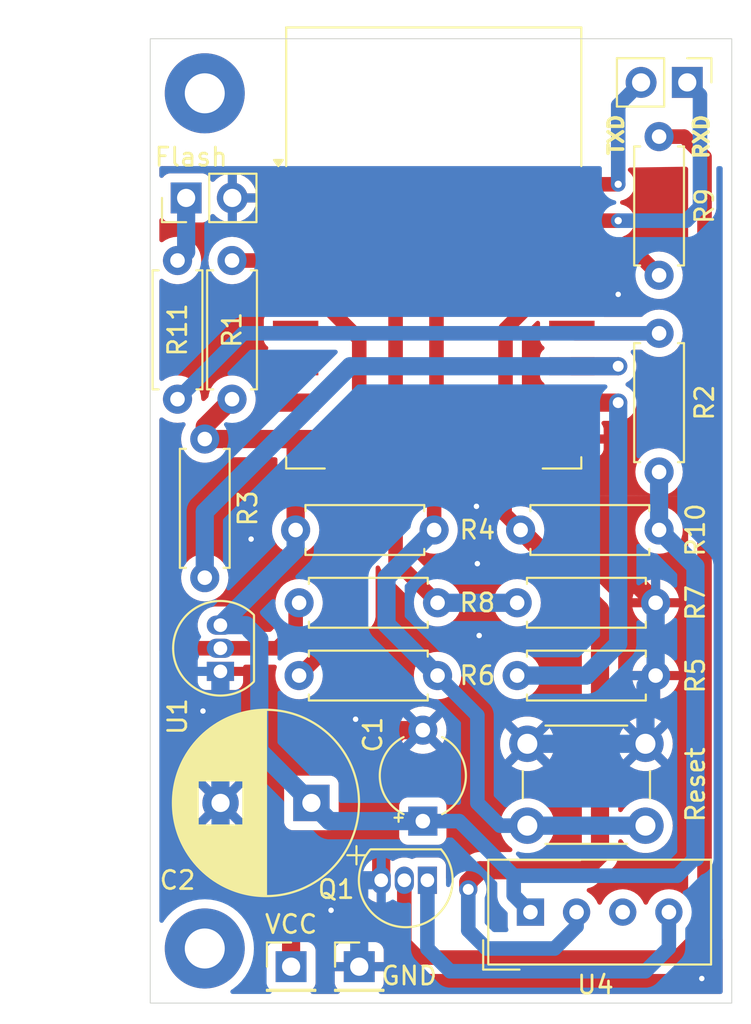
<source format=kicad_pcb>
(kicad_pcb (version 20240108) (generator "pcbnew") (generator_version "8.0")
  (title_block (title "ESP-12E battery powered temperature/humidity sensor V1") (date "2025-01-06"))
  (layers (0 "F.Cu" signal) (31 "B.Cu" signal) (34 "B.Paste" user) (35 "F.Paste" user) (36 "B.SilkS" user "B.Silkscreen") (37 "F.SilkS" user "F.Silkscreen") (38 "B.Mask" user) (39 "F.Mask" user) (44 "Edge.Cuts" user))
  (net 0 "")
  (net 1 "Net-(Q1-C)")
  (net 3 "Net-(U2-GPIO4)")
  (net 4 "Net-(U1-VO)")
  (net 5 "Net-(U2-EN)")
  (net 6 "Net-(U2-GPIO0)")
  (net 7 "Net-(U2-GPIO2)")
  (net 8 "Net-(U2-~{RST})")
  (net 9 "Net-(U2-GPIO15)")
  (net 10 "Net-(U2-GPIO16)")
  (net 11 "Net-(U2-ADC)")
  (net 12 "Net-(Q1-B)")
  (net 13 "Net-(U2-GPIO5)")
  (net 23 "GND")
  (net 24 "VCC")
  (net 25 "Net-(J1-Pin_1)")
  (net 26 "Net-(J6-Pin_1)")
  (net 27 "Net-(J6-Pin_2)")
  (footprint "Resistor_THT:R_Axial_DIN0207_L6.3mm_D2.5mm_P7.62mm_Horizontal" (layer "F.Cu") (at 151 98 180)
    (property "Reference" "R10" (at -2 0 90) (layer "F.SilkS"))
    (property "Value" "10k")
    (pad "1" thru_hole circle (at 0 0 180) (size 1.6 1.6) (drill 0.8) (layers "*.Cu" "*.Mask") (net 4 "Net-(U1-VO)"))
    (pad "2" thru_hole oval (at 7.62 0 180) (size 1.6 1.6) (drill 0.8) (layers "*.Cu" "*.Mask") (net 3 "Net-(U2-GPIO4)"))
  )
  (footprint "Capacitor_THT:CP_Radial_D10.0mm_P5.00mm" (layer "F.Cu") (at 131.867677 113 180)
    (property "Reference" "C2" (at 7.367677 -4.25 0) (layer "F.SilkS"))
    (property "Value" "1000uF")
    (pad "1" thru_hole rect (at 0 0 180) (size 2 2) (drill 1) (layers "*.Cu" "*.Mask") (net 4 "Net-(U1-VO)"))
    (pad "2" thru_hole circle (at 5 0 180) (size 2 2) (drill 1) (layers "*.Cu" "*.Mask") (net 23 "GND"))
  )
  (footprint "Package_TO_SOT_THT:TO-92_Inline" (layer "F.Cu") (at 126.86 105.77 90)
    (property "Reference" "U1" (at -2.48 -2.36 90) (layer "F.SilkS"))
    (property "Value" "MCP1700T-3302E TO")
    (pad "1" thru_hole rect (at 0 0 90) (size 1.05 1.5) (drill 0.75) (layers "*.Cu" "*.Mask") (net 23 "GND"))
    (pad "2" thru_hole oval (at 1.27 0 90) (size 1.05 1.5) (drill 0.75) (layers "*.Cu" "*.Mask") (net 24 "VCC"))
    (pad "3" thru_hole oval (at 2.54 0 90) (size 1.05 1.5) (drill 0.75) (layers "*.Cu" "*.Mask") (net 4 "Net-(U1-VO)"))
  )
  (footprint "Resistor_THT:R_Axial_DIN0207_L6.3mm_D2.5mm_P7.62mm_Horizontal" (layer "F.Cu") (at 151 94.81 90)
    (property "Reference" "R2" (at 3.81 2.5 90) (layer "F.SilkS"))
    (property "Value" "4k7")
    (pad "1" thru_hole circle (at 0 0 90) (size 1.6 1.6) (drill 0.8) (layers "*.Cu" "*.Mask") (net 4 "Net-(U1-VO)"))
    (pad "2" thru_hole oval (at 7.62 0 90) (size 1.6 1.6) (drill 0.8) (layers "*.Cu" "*.Mask") (net 6 "Net-(U2-GPIO0)"))
  )
  (footprint "Package_TO_SOT_THT:TO-92L_Inline" (layer "F.Cu") (at 138.25 117.25 180)
    (property "Reference" "Q1" (at 5.02 -0.5 0) (layer "F.SilkS"))
    (property "Value" "NPN C547C")
    (pad "1" thru_hole rect (at 0 0 180) (size 1.05 1.5) (drill 0.75) (layers "*.Cu" "*.Mask") (net 1 "Net-(Q1-C)"))
    (pad "2" thru_hole oval (at 1.27 0 180) (size 1.05 1.5) (drill 0.75) (layers "*.Cu" "*.Mask") (net 12 "Net-(Q1-B)"))
    (pad "3" thru_hole oval (at 2.54 0 180) (size 1.05 1.5) (drill 0.75) (layers "*.Cu" "*.Mask") (net 23 "GND"))
  )
  (footprint "Resistor_THT:R_Axial_DIN0207_L6.3mm_D2.5mm_P7.62mm_Horizontal" (layer "F.Cu") (at 143.19 106)
    (property "Reference" "R5" (at 9.81 0 90) (layer "F.SilkS"))
    (property "Value" "2k2")
    (pad "1" thru_hole circle (at 0 0) (size 1.6 1.6) (drill 0.8) (layers "*.Cu" "*.Mask") (net 9 "Net-(U2-GPIO15)"))
    (pad "2" thru_hole oval (at 7.62 0) (size 1.6 1.6) (drill 0.8) (layers "*.Cu" "*.Mask") (net 23 "GND"))
  )
  (footprint "Resistor_THT:R_Axial_DIN0207_L6.3mm_D2.5mm_P7.62mm_Horizontal" (layer "F.Cu") (at 131.19 102)
    (property "Reference" "R8" (at 9.81 0 0) (layer "F.SilkS"))
    (property "Value" "220k")
    (pad "1" thru_hole circle (at 0 0) (size 1.6 1.6) (drill 0.8) (layers "*.Cu" "*.Mask") (net 24 "VCC"))
    (pad "2" thru_hole oval (at 7.62 0) (size 1.6 1.6) (drill 0.8) (layers "*.Cu" "*.Mask") (net 11 "Net-(U2-ADC)"))
  )
  (footprint "MountingHole:MountingHole_2.2mm_M2_Pad" (layer "F.Cu") (at 126 74)
    (property "Reference" "REF**" (hide yes))
    (property "Value" "MountingHole_2.2mm_M2_Pad")
    (pad "1" thru_hole circle (at 0 0) (size 4.4 4.4) (drill 2.2) (layers "*.Cu" "*.Mask"))
  )
  (footprint "Resistor_THT:R_Axial_DIN0207_L6.3mm_D2.5mm_P7.62mm_Horizontal" (layer "F.Cu") (at 143.19 102)
    (property "Reference" "R7" (at 9.81 0 90) (layer "F.SilkS"))
    (property "Value" "68k")
    (pad "1" thru_hole circle (at 0 0) (size 1.6 1.6) (drill 0.8) (layers "*.Cu" "*.Mask") (net 11 "Net-(U2-ADC)"))
    (pad "2" thru_hole oval (at 7.62 0) (size 1.6 1.6) (drill 0.8) (layers "*.Cu" "*.Mask") (net 23 "GND"))
  )
  (footprint "Capacitor_THT:CP_Radial_Tantal_D4.5mm_P5.00mm" (layer "F.Cu") (at 138 114 90)
    (property "Reference" "C1" (at 4.75 -2.75 90) (layer "F.SilkS"))
    (property "Value" "100n")
    (pad "1" thru_hole rect (at 0 0 90) (size 1.6 1.6) (drill 0.8) (layers "*.Cu" "*.Mask") (net 4 "Net-(U1-VO)"))
    (pad "2" thru_hole circle (at 5 0 90) (size 1.6 1.6) (drill 0.8) (layers "*.Cu" "*.Mask") (net 23 "GND"))
  )
  (footprint "Resistor_THT:R_Axial_DIN0207_L6.3mm_D2.5mm_P7.62mm_Horizontal" (layer "F.Cu") (at 126 93 -90)
    (property "Reference" "R3" (at 3.81 -2.37 90) (layer "F.SilkS"))
    (property "Value" "4k7")
    (pad "1" thru_hole circle (at 0 0 270) (size 1.6 1.6) (drill 0.8) (layers "*.Cu" "*.Mask") (net 4 "Net-(U1-VO)"))
    (pad "2" thru_hole oval (at 7.62 0 270) (size 1.6 1.6) (drill 0.8) (layers "*.Cu" "*.Mask") (net 7 "Net-(U2-GPIO2)"))
  )
  (footprint "Resistor_THT:R_Axial_DIN0207_L6.3mm_D2.5mm_P7.62mm_Horizontal" (layer "F.Cu") (at 138.81 106 180)
    (property "Reference" "R6" (at -2.19 0 0) (layer "F.SilkS"))
    (property "Value" "150R")
    (pad "1" thru_hole circle (at 0 0 180) (size 1.6 1.6) (drill 0.8) (layers "*.Cu" "*.Mask") (net 8 "Net-(U2-~{RST})"))
    (pad "2" thru_hole oval (at 7.62 0 180) (size 1.6 1.6) (drill 0.8) (layers "*.Cu" "*.Mask") (net 10 "Net-(U2-GPIO16)"))
  )
  (footprint "Resistor_THT:R_Axial_DIN0207_L6.3mm_D2.5mm_P7.62mm_Horizontal" (layer "F.Cu") (at 127.5 90.81 90)
    (property "Reference" "R1" (at 3.81 0 90) (layer "F.SilkS"))
    (property "Value" "10k")
    (pad "1" thru_hole circle (at 0 0 90) (size 1.6 1.6) (drill 0.8) (layers "*.Cu" "*.Mask") (net 4 "Net-(U1-VO)"))
    (pad "2" thru_hole oval (at 7.62 0 90) (size 1.6 1.6) (drill 0.8) (layers "*.Cu" "*.Mask") (net 5 "Net-(U2-EN)"))
  )
  (footprint "Button_Switch_THT:SW_PUSH_6mm_H4.3mm" (layer "F.Cu") (at 143.75 109.75)
    (property "Reference" "Reset" (at 9.25 2.25 90) (layer "F.SilkS"))
    (property "Value" "Reset")
    (pad "1" thru_hole circle (at 0 0 90) (size 2 2) (drill 1.1) (layers "*.Cu" "*.Mask") (net 23 "GND"))
    (pad "1" thru_hole circle (at 6.5 0 90) (size 2 2) (drill 1.1) (layers "*.Cu" "*.Mask") (net 23 "GND"))
    (pad "2" thru_hole circle (at 0 4.5 90) (size 2 2) (drill 1.1) (layers "*.Cu" "*.Mask") (net 8 "Net-(U2-~{RST})"))
    (pad "2" thru_hole circle (at 6.5 4.5 90) (size 2 2) (drill 1.1) (layers "*.Cu" "*.Mask") (net 8 "Net-(U2-~{RST})"))
  )
  (footprint "Connector_PinHeader_2.54mm:PinHeader_1x02_P2.54mm_Vertical" (layer "F.Cu") (at 124.975 79.75 90)
    (property "Reference" "Flash" (at 2.25 0.275 0) (layer "F.SilkS"))
    (property "Value" "Close for Flash")
    (pad "1" thru_hole rect (at 0 0 90) (size 1.7 1.7) (drill 1) (layers "*.Cu" "*.Mask") (net 25 "Net-(J1-Pin_1)"))
    (pad "2" thru_hole oval (at 0 2.54 90) (size 1.7 1.7) (drill 1) (layers "*.Cu" "*.Mask") (net 23 "GND"))
  )
  (footprint "Resistor_THT:R_Axial_DIN0207_L6.3mm_D2.5mm_P7.62mm_Horizontal" (layer "F.Cu") (at 131 98)
    (property "Reference" "R4" (at 10 0 0) (layer "F.SilkS"))
    (property "Value" "4k7")
    (pad "1" thru_hole circle (at 0 0) (size 1.6 1.6) (drill 0.8) (layers "*.Cu" "*.Mask") (net 4 "Net-(U1-VO)"))
    (pad "2" thru_hole oval (at 7.62 0) (size 1.6 1.6) (drill 0.8) (layers "*.Cu" "*.Mask") (net 8 "Net-(U2-~{RST})"))
  )
  (footprint "Connector_PinHeader_2.54mm:PinHeader_1x01_P2.54mm_Vertical" (layer "F.Cu") (at 134.5 122)
    (property "Reference" "GND" (at 2.75 0.5 0) (layer "F.SilkS"))
    (property "Value" "GND")
    (pad "1" thru_hole rect (at 0 0) (size 1.7 1.7) (drill 1) (layers "*.Cu" "*.Mask") (net 23 "GND"))
  )
  (footprint "Sensor:Aosong_DHT11_5.5x12.0_P2.54mm" (layer "F.Cu") (at 143.92 119 90)
    (property "Reference" "U4" (at -4 3.58 0) (layer "F.SilkS"))
    (property "Value" "DHT11")
    (pad "1" thru_hole rect (at 0 0 90) (size 1.5 1.5) (drill 0.8) (layers "*.Cu" "*.Mask") (net 4 "Net-(U1-VO)"))
    (pad "2" thru_hole circle (at 0 2.54 90) (size 1.5 1.5) (drill 0.8) (layers "*.Cu" "*.Mask") (net 3 "Net-(U2-GPIO4)"))
    (pad "3" thru_hole circle (at 0 5.08 90) (size 1.5 1.5) (drill 0.8) (layers "*.Cu" "*.Mask"))
    (pad "4" thru_hole circle (at 0 7.62 90) (size 1.5 1.5) (drill 0.8) (layers "*.Cu" "*.Mask") (net 1 "Net-(Q1-C)"))
  )
  (footprint "MountingHole:MountingHole_2.2mm_M2_Pad" (layer "F.Cu") (at 126 121)
    (property "Reference" "REF**" (hide yes))
    (property "Value" "MountingHole_2.2mm_M2_Pad")
    (pad "1" thru_hole circle (at 0 0) (size 4.4 4.4) (drill 2.2) (layers "*.Cu" "*.Mask"))
  )
  (footprint "RF_Module:ESP-12E" (layer "F.Cu") (at 138.6 82.5)
    (property "Reference" "U2" (hide yes))
    (property "Value" "ESP-12E")
    (pad "1" smd rect (at -7.6 -3.5) (size 2.5 1) (layers "F.Cu" "F.Paste" "F.Mask") (net 8 "Net-(U2-~{RST})"))
    (pad "2" smd rect (at -7.6 -1.5) (size 2.5 1) (layers "F.Cu" "F.Paste" "F.Mask") (net 11 "Net-(U2-ADC)"))
    (pad "3" smd rect (at -7.6 0.5) (size 2.5 1) (layers "F.Cu" "F.Paste" "F.Mask") (net 5 "Net-(U2-EN)"))
    (pad "4" smd rect (at -7.6 2.5) (size 2.5 1) (layers "F.Cu" "F.Paste" "F.Mask") (net 10 "Net-(U2-GPIO16)"))
    (pad "5" smd rect (at -7.6 4.5) (size 2.5 1) (layers "F.Cu" "F.Paste" "F.Mask"))
    (pad "6" smd rect (at -7.6 6.5) (size 2.5 1) (layers "F.Cu" "F.Paste" "F.Mask"))
    (pad "7" smd rect (at -7.6 8.5) (size 2.5 1) (layers "F.Cu" "F.Paste" "F.Mask"))
    (pad "8" smd rect (at -7.6 10.5) (size 2.5 1) (layers "F.Cu" "F.Paste" "F.Mask") (net 4 "Net-(U1-VO)"))
    (pad "9" smd rect (at -5 12) (size 1 1.8) (layers "F.Cu" "F.Paste" "F.Mask"))
    (pad "10" smd rect (at -3 12) (size 1 1.8) (layers "F.Cu" "F.Paste" "F.Mask"))
    (pad "11" smd rect (at -1 12) (size 1 1.8) (layers "F.Cu" "F.Paste" "F.Mask"))
    (pad "12" smd rect (at 1 12) (size 1 1.8) (layers "F.Cu" "F.Paste" "F.Mask"))
    (pad "13" smd rect (at 3 12) (size 1 1.8) (layers "F.Cu" "F.Paste" "F.Mask"))
    (pad "14" smd rect (at 5 12) (size 1 1.8) (layers "F.Cu" "F.Paste" "F.Mask"))
    (pad "15" smd rect (at 7.6 10.5) (size 2.5 1) (layers "F.Cu" "F.Paste" "F.Mask") (net 23 "GND"))
    (pad "16" smd rect (at 7.6 8.5) (size 2.5 1) (layers "F.Cu" "F.Paste" "F.Mask") (net 9 "Net-(U2-GPIO15)"))
    (pad "17" smd rect (at 7.6 6.5) (size 2.5 1) (layers "F.Cu" "F.Paste" "F.Mask") (net 7 "Net-(U2-GPIO2)"))
    (pad "18" smd rect (at 7.6 4.5) (size 2.5 1) (layers "F.Cu" "F.Paste" "F.Mask") (net 6 "Net-(U2-GPIO0)"))
    (pad "19" smd rect (at 7.6 2.5) (size 2.5 1) (layers "F.Cu" "F.Paste" "F.Mask") (net 3 "Net-(U2-GPIO4)"))
    (pad "20" smd rect (at 7.6 0.5) (size 2.5 1) (layers "F.Cu" "F.Paste" "F.Mask") (net 13 "Net-(U2-GPIO5)"))
    (pad "21" smd rect (at 7.6 -1.5) (size 2.5 1) (layers "F.Cu" "F.Paste" "F.Mask") (net 26 "Net-(J6-Pin_1)"))
    (pad "22" smd rect (at 7.6 -3.5) (size 2.5 1) (layers "F.Cu" "F.Paste" "F.Mask") (net 27 "Net-(J6-Pin_2)"))
    (zone (net 0) (net_name "") (layers "*.Cu") (connect_pads (clearance 0)) (min_thickness 0.254)
      (keepout (tracks not_allowed) (vias not_allowed) (pads not_allowed) (copperpour not_allowed) (footprints not_allowed))
      (fill (thermal_gap 0.508) (thermal_bridge_width 0.508))
      (polygon (pts (xy 130.48 77.7) (xy 146.72 77.7) (xy 146.72 70.38) (xy 130.48 70.38)))
    )
  )
  (footprint "Resistor_THT:R_Axial_DIN0207_L6.3mm_D2.5mm_P7.62mm_Horizontal" (layer "F.Cu") (at 151 84 90)
    (property "Reference" "R9" (at 3.81 2.5 90) (layer "F.SilkS"))
    (property "Value" "10k")
    (pad "1" thru_hole circle (at 0 0 90) (size 1.6 1.6) (drill 0.8) (layers "*.Cu" "*.Mask") (net 13 "Net-(U2-GPIO5)"))
    (pad "2" thru_hole oval (at 7.62 0 90) (size 1.6 1.6) (drill 0.8) (layers "*.Cu" "*.Mask") (net 12 "Net-(Q1-B)"))
  )
  (footprint "Connector_PinHeader_2.54mm:PinHeader_1x02_P2.54mm_Vertical" (layer "F.Cu") (at 152.55 73.4 -90)
    (property "Reference" "J6" (hide yes))
    (property "Value" "TXD RXD")
    (pad "1" thru_hole rect (at 0 0 270) (size 1.7 1.7) (drill 1) (layers "*.Cu" "*.Mask") (net 26 "Net-(J6-Pin_1)"))
    (pad "2" thru_hole oval (at 0 2.54 270) (size 1.7 1.7) (drill 1) (layers "*.Cu" "*.Mask") (net 27 "Net-(J6-Pin_2)"))
  )
  (footprint "Resistor_THT:R_Axial_DIN0207_L6.3mm_D2.5mm_P7.62mm_Horizontal" (layer "F.Cu") (at 124.5 90.81 90)
    (property "Reference" "R11" (at 3.81 0 90) (layer "F.SilkS"))
    (property "Value" "120R")
    (pad "1" thru_hole circle (at 0 0 90) (size 1.6 1.6) (drill 0.8) (layers "*.Cu" "*.Mask") (net 6 "Net-(U2-GPIO0)"))
    (pad "2" thru_hole oval (at 7.62 0 90) (size 1.6 1.6) (drill 0.8) (layers "*.Cu" "*.Mask") (net 25 "Net-(J1-Pin_1)"))
  )
  (footprint "Connector_PinHeader_2.54mm:PinHeader_1x01_P2.54mm_Vertical" (layer "F.Cu") (at 130.75 122)
    (property "Reference" "VCC" (at 0 -2.33 0) (layer "F.SilkS"))
    (property "Value" "VCC")
    (pad "1" thru_hole rect (at 0 0) (size 1.7 1.7) (drill 1) (layers "*.Cu" "*.Mask") (net 24 "VCC"))
  )
  (gr_rect (start 123 71) (end 155 124) (stroke (width 0.05)) (fill none) (layer "Edge.Cuts"))
  (gr_text "TXD" (at 149.1 77.5 90) (layer "F.SilkS") (effects (font (size 0.8 0.8) (thickness 0.2) (bold yes)) (justify left bottom)))
  (gr_text "RXD" (at 153.8 77.7 90) (layer "F.SilkS") (effects (font (size 0.8 0.8) (thickness 0.2) (bold yes)) (justify left bottom)))
  (segment (start 138.25 121) (end 138.25 117.25) (width 0.8) (layer "B.Cu") (net 1))
  (segment (start 151.54 119) (end 151.54 120.96) (width 0.8) (layer "B.Cu") (net 1))
  (segment (start 139.5 122.25) (end 138.25 121) (width 0.8) (layer "B.Cu") (net 1))
  (segment (start 150.25 122.25) (end 139.5 122.25) (width 0.8) (layer "B.Cu") (net 1))
  (segment (start 151.54 120.96) (end 150.25 122.25) (width 0.8) (layer "B.Cu") (net 1))
  (segment (start 140.5 117.75) (end 140.5 117.35) (width 1) (layer "F.Cu") (net 3))
  (segment (start 142.5 97.12) (end 142.5 96.25) (width 0.8) (layer "F.Cu") (net 3))
  (segment (start 146.5 118.96) (end 146.46 119) (width 0.6) (layer "F.Cu") (net 3))
  (segment (start 144.5 85) (end 145.45 85) (width 0.8) (layer "F.Cu") (net 3))
  (segment (start 147.75 102.37) (end 143.38 98) (width 1) (layer "F.Cu") (net 3))
  (segment (start 142.55 86.95) (end 144.5 85) (width 0.8) (layer "F.Cu") (net 3))
  (segment (start 146.895836 116.7) (end 147.75 115.845836) (width 1) (layer "F.Cu") (net 3))
  (segment (start 142.55 92.35) (end 142.55 86.95) (width 0.8) (layer "F.Cu") (net 3))
  (segment (start 143.38 98) (end 142.5 97.12) (width 0.8) (layer "F.Cu") (net 3))
  (segment (start 142.6 92.7) (end 142.6 96.15) (width 0.3) (layer "F.Cu") (net 3))
  (segment (start 141.15 116.7) (end 146.895836 116.7) (width 1) (layer "F.Cu") (net 3))
  (segment (start 142.6 96.15) (end 142.5 96.25) (width 0.3) (layer "F.Cu") (net 3))
  (segment (start 147.75 115.845836) (end 147.75 102.37) (width 1) (layer "F.Cu") (net 3))
  (segment (start 140.5 117.35) (end 141.15 116.7) (width 1) (layer "F.Cu") (net 3))
  (segment (start 145.45 85) (end 146.2 85) (width 0.2) (layer "F.Cu") (net 3))
  (via (at 140.5 117.75) (size 1) (drill 0.6) (layers "F.Cu" "B.Cu") (net 3))
  (segment (start 140.5 117.75) (end 140.5 120) (width 0.8) (layer "B.Cu") (net 3))
  (segment (start 145.25 121) (end 146.46 119.79) (width 0.8) (layer "B.Cu") (net 3))
  (segment (start 140.5 120) (end 141.5 121) (width 0.8) (layer "B.Cu") (net 3))
  (segment (start 141.5 121) (end 145.25 121) (width 0.8) (layer "B.Cu") (net 3))
  (segment (start 146.46 119.79) (end 146.46 119) (width 0.8) (layer "B.Cu") (net 3))
  (segment (start 131 98) (end 131 93) (width 1) (layer "F.Cu") (net 4))
  (segment (start 126 93) (end 131 93) (width 1) (layer "F.Cu") (net 4))
  (segment (start 126 92.31) (end 126 93) (width 1) (layer "F.Cu") (net 4))
  (segment (start 127.5 90.81) (end 126 92.31) (width 1) (layer "F.Cu") (net 4))
  (segment (start 151 94.81) (end 151 98) (width 1) (layer "B.Cu") (net 4))
  (segment (start 131.867677 113) (end 129 110.132323) (width 1) (layer "B.Cu") (net 4))
  (segment (start 140 114) (end 143 117) (width 0.8) (layer "B.Cu") (net 4))
  (segment (start 143 117) (end 143 118.08) (width 0.8) (layer "B.Cu") (net 4))
  (segment (start 153 100) (end 153 116) (width 1) (layer "B.Cu") (net 4))
  (segment (start 129 104) (end 128.5 103.5) (width 1) (layer "B.Cu") (net 4))
  (segment (start 138 114) (end 140 114) (width 0.8) (layer "B.Cu") (net 4))
  (segment (start 132.867677 114) (end 131.867677 113) (width 1) (layer "B.Cu") (net 4))
  (segment (start 152 117) (end 153 116) (width 0.8) (layer "B.Cu") (net 4))
  (segment (start 138 114) (end 132.867677 114) (width 1) (layer "B.Cu") (net 4))
  (segment (start 128.27 103.23) (end 126.86 103.23) (width 1) (layer "B.Cu") (net 4))
  (segment (start 131 99.09) (end 126.86 103.23) (width 1) (layer "B.Cu") (net 4))
  (segment (start 143 117) (end 152 117) (width 0.8) (layer "B.Cu") (net 4))
  (segment (start 131 98) (end 131 99.09) (width 1) (layer "B.Cu") (net 4))
  (segment (start 143 118.08) (end 143.92 119) (width 0.8) (layer "B.Cu") (net 4))
  (segment (start 129 110.132323) (end 129 104) (width 1) (layer "B.Cu") (net 4))
  (segment (start 151 98) (end 153 100) (width 1) (layer "B.Cu") (net 4))
  (segment (start 128.5 103.46) (end 128.27 103.23) (width 0.8) (layer "B.Cu") (net 4))
  (segment (start 127.5 83.19) (end 130.81 83.19) (width 0.8) (layer "F.Cu") (net 5))
  (segment (start 130.81 83.19) (end 131 83) (width 0.2) (layer "F.Cu") (net 5))
  (segment (start 146.39 87.19) (end 146.2 87) (width 0.2) (layer "F.Cu") (net 6))
  (segment (start 151 87.19) (end 146.39 87.19) (width 0.8) (layer "F.Cu") (net 6))
  (segment (start 128.12 87.19) (end 124.5 90.81) (width 0.8) (layer "B.Cu") (net 6))
  (segment (start 151 87.19) (end 128.12 87.19) (width 0.8) (layer "B.Cu") (net 6))
  (segment (start 148.75 89) (end 146.2 89) (width 1) (layer "F.Cu") (net 7))
  (via (at 148.75 89) (size 1) (drill 0.6) (layers "F.Cu" "B.Cu") (net 7))
  (segment (start 134 89) (end 148.75 89) (width 1) (layer "B.Cu") (net 7))
  (segment (start 126 100.62) (end 126 97) (width 1) (layer "B.Cu") (net 7))
  (segment (start 126 97) (end 134 89) (width 1) (layer "B.Cu") (net 7))
  (segment (start 131.75 79) (end 131 79) (width 0.2) (layer "F.Cu") (net 8))
  (segment (start 136.25 82.5) (end 138.62 84.87) (width 0.8) (layer "F.Cu") (net 8))
  (segment (start 136.25 82.5) (end 132.75 79) (width 0.8) (layer "F.Cu") (net 8))
  (segment (start 138.62 96.5) (end 138.62 92.63) (width 0.3) (layer "F.Cu") (net 8))
  (segment (start 132.75 79) (end 131 79) (width 0.8) (layer "F.Cu") (net 8))
  (segment (start 138.75 85) (end 138.75 92.5) (width 0.8) (layer "F.Cu") (net 8))
  (segment (start 138.62 84.87) (end 138.75 85) (width 0.3) (layer "F.Cu") (net 8))
  (segment (start 138.62 98) (end 138.62 96.5) (width 0.8) (layer "F.Cu") (net 8))
  (segment (start 136 100.62) (end 138.62 98) (width 1) (layer "B.Cu") (net 8))
  (segment (start 138.81 106) (end 141 108.19) (width 0.8) (layer "B.Cu") (net 8))
  (segment (start 141 108.19) (end 141 113) (width 0.8) (layer "B.Cu") (net 8))
  (segment (start 150.25 114.25) (end 143.75 114.25) (width 1) (layer "B.Cu") (net 8))
  (segment (start 138.75 97.87) (end 138.62 98) (width 1) (layer "B.Cu") (net 8))
  (segment (start 142.25 114.25) (end 143.75 114.25) (width 0.8) (layer "B.Cu") (net 8))
  (segment (start 138.81 106) (end 136 103.19) (width 1) (layer "B.Cu") (net 8))
  (segment (start 136 103.19) (end 136 100.62) (width 1) (layer "B.Cu") (net 8))
  (segment (start 141 113) (end 142.25 114.25) (width 0.8) (layer "B.Cu") (net 8))
  (segment (start 148.75 91) (end 146.2 91) (width 1) (layer "F.Cu") (net 9))
  (via (at 148.75 91) (size 1) (drill 0.6) (layers "F.Cu" "B.Cu") (net 9))
  (segment (start 148.75 91) (end 148.75 104.25) (width 1) (layer "B.Cu") (net 9))
  (segment (start 148.75 104.25) (end 147 106) (width 1) (layer "B.Cu") (net 9))
  (segment (start 147 106) (end 143.19 106) (width 1) (layer "B.Cu") (net 9))
  (segment (start 132 85) (end 131 85) (width 0.3) (layer "F.Cu") (net 10))
  (segment (start 134.6 96.4) (end 134.5 96.5) (width 0.3) (layer "F.Cu") (net 10))
  (segment (start 134.5 96.5) (end 134.5 102.69) (width 0.8) (layer "F.Cu") (net 10))
  (segment (start 134.5 92.5) (end 134.5 87.5) (width 0.8) (layer "F.Cu") (net 10))
  (segment (start 134.6 92.6) (end 134.6 96.4) (width 0.3) (layer "F.Cu") (net 10))
  (segment (start 134.5 102.69) (end 134.4 102.79) (width 0.3) (layer "F.Cu") (net 10))
  (segment (start 134.5 87.5) (end 132 85) (width 0.8) (layer "F.Cu") (net 10))
  (segment (start 134.4 102.79) (end 131.19 106) (width 0.8) (layer "F.Cu") (net 10))
  (segment (start 136.5 85.75) (end 131.75 81) (width 0.8) (layer "F.Cu") (net 11))
  (segment (start 136.6 96.4) (end 136.5 96.5) (width 0.3) (layer "F.Cu") (net 11))
  (segment (start 136.5 85.75) (end 136.5 92.5) (width 0.8) (layer "F.Cu") (net 11))
  (segment (start 131.75 81) (end 131 81) (width 0.8) (layer "F.Cu") (net 11))
  (segment (start 136.56 99.75) (end 136.5 99.75) (width 0.3) (layer "F.Cu") (net 11))
  (segment (start 136.5 99.75) (end 136.5 96.5) (width 0.8) (layer "F.Cu") (net 11))
  (segment (start 136.6 92.6) (end 136.6 96.4) (width 0.3) (layer "F.Cu") (net 11))
  (segment (start 138.81 102) (end 136.56 99.75) (width 0.8) (layer "F.Cu") (net 11))
  (segment (start 138.81 102) (end 143.19 102) (width 1) (layer "B.Cu") (net 11))
  (segment (start 152.38 76.38) (end 151 76.38) (width 0.8) (layer "F.Cu") (net 12))
  (segment (start 152 121.5) (end 153.5 120) (width 0.8) (layer "F.Cu") (net 12))
  (segment (start 153.5 77.5) (end 152.38 76.38) (width 0.8) (layer "F.Cu") (net 12))
  (segment (start 136.98 120.73) (end 137.75 121.5) (width 0.8) (layer "F.Cu") (net 12))
  (segment (start 136.98 117.25) (end 136.98 120.73) (width 0.8) (layer "F.Cu") (net 12))
  (segment (start 137.75 121.5) (end 152 121.5) (width 0.8) (layer "F.Cu") (net 12))
  (segment (start 153.5 120) (end 153.5 77.5) (width 0.8) (layer "F.Cu") (net 12))
  (segment (start 150 83) (end 146.2 83) (width 0.8) (layer "F.Cu") (net 13))
  (segment (start 151 84) (end 150 83) (width 0.8) (layer "F.Cu") (net 13))
  (segment (start 136.75 109) (end 135.71 110.04) (width 1) (layer "F.Cu") (net 23))
  (segment (start 126.867677 105.777677) (end 126.86 105.77) (width 1) (layer "F.Cu") (net 23))
  (segment (start 150.81 102) (end 146.2 97.39) (width 1) (layer "F.Cu") (net 23))
  (segment (start 146.2 97.39) (end 146.2 93) (width 1) (layer "F.Cu") (net 23))
  (segment (start 138 109) (end 136.75 109) (width 1) (layer "F.Cu") (net 23))
  (segment (start 135.71 110.04) (end 135.71 117.25) (width 1) (layer "F.Cu") (net 23))
  (segment (start 150.25 106.56) (end 150.81 106) (width 0.2) (layer "F.Cu") (net 23))
  (via (at 153.35 122.65) (size 0.6) (drill 0.3) (layers "F.Cu" "B.Cu") (net 23))
  (via (at 125.9 107.95) (size 0.6) (drill 0.3) (layers "F.Cu" "B.Cu") (net 23))
  (via (at 141.1 103.8) (size 0.6) (drill 0.3) (layers "F.Cu" "B.Cu") (net 23))
  (via (at 128.55 98.5) (size 0.6) (drill 0.3) (layers "F.Cu" "B.Cu") (net 23))
  (via (at 140.95 96.7) (size 0.6) (drill 0.3) (layers "F.Cu" "B.Cu") (net 23))
  (via (at 132.95 118.9) (size 0.6) (drill 0.3) (layers "F.Cu" "B.Cu") (net 23))
  (via (at 134.3 108.4) (size 0.6) (drill 0.3) (layers "F.Cu" "B.Cu") (net 23))
  (via (at 148.75 85.05) (size 0.6) (drill 0.3) (layers "F.Cu" "B.Cu") (net 23))
  (via (at 141 99.85) (size 0.6) (drill 0.3) (layers "F.Cu" "B.Cu") (net 23))
  (segment (start 126.86 112.992323) (end 126.867677 113) (width 0.2) (layer "B.Cu") (net 23))
  (segment (start 150.81 106) (end 150.81 102) (width 1) (layer "B.Cu") (net 23))
  (segment (start 129.117677 117.25) (end 134.5 117.25) (width 1) (layer "B.Cu") (net 23))
  (segment (start 150.25 109.75) (end 150.25 106.56) (width 1) (layer "B.Cu") (net 23))
  (segment (start 143.75 109.75) (end 150.25 109.75) (width 1) (layer "B.Cu") (net 23))
  (segment (start 126.867677 113) (end 126.867677 115) (width 1) (layer "B.Cu") (net 23))
  (segment (start 134.5 117.25) (end 135.71 117.25) (width 1) (layer "B.Cu") (net 23))
  (segment (start 134.5 122) (end 134.5 117.25) (width 1) (layer "B.Cu") (net 23))
  (segment (start 126.86 105.77) (end 126.86 112.992323) (width 1) (layer "B.Cu") (net 23))
  (segment (start 126.867677 115) (end 129.117677 117.25) (width 1) (layer "B.Cu") (net 23))
  (segment (start 130.75 118) (end 130.75 122) (width 1) (layer "F.Cu") (net 24))
  (segment (start 131 102.19) (end 131 103.5) (width 0.8) (layer "F.Cu") (net 24))
  (segment (start 129 104.5) (end 126.86 104.5) (width 0.8) (layer "F.Cu") (net 24))
  (segment (start 130 104.5) (end 129 104.5) (width 0.8) (layer "F.Cu") (net 24))
  (segment (start 126.86 104.5) (end 125.31 104.5) (width 0.8) (layer "F.Cu") (net 24))
  (segment (start 124.5 115.35) (end 126.25 117.1) (width 1) (layer "F.Cu") (net 24))
  (segment (start 129.85 117.1) (end 130.75 118) (width 1) (layer "F.Cu") (net 24))
  (segment (start 124.5 105.31) (end 124.5 115.35) (width 1) (layer "F.Cu") (net 24))
  (segment (start 131 103.5) (end 130 104.5) (width 0.8) (layer "F.Cu") (net 24))
  (segment (start 126.25 117.1) (end 129.85 117.1) (width 1) (layer "F.Cu") (net 24))
  (segment (start 125.31 104.5) (end 124.5 105.31) (width 0.8) (layer "F.Cu") (net 24))
  (segment (start 131.19 102) (end 131 102.19) (width 0.8) (layer "B.Cu") (net 24))
  (segment (start 124.975 79.75) (end 124.975 82.715) (width 1) (layer "B.Cu") (net 25))
  (segment (start 124.975 82.715) (end 124.5 83.19) (width 1) (layer "B.Cu") (net 25))
  (segment (start 148.75 81) (end 146.2 81) (width 0.8) (layer "F.Cu") (net 26))
  (via (at 148.75 81) (size 0.8) (drill 0.4) (layers "F.Cu" "B.Cu") (net 26))
  (segment (start 152.5 81) (end 148.75 81) (width 0.8) (layer "B.Cu") (net 26))
  (segment (start 152.55 73.4) (end 153.25 74.1) (width 0.8) (layer "B.Cu") (net 26))
  (segment (start 153.25 80.25) (end 152.5 81) (width 0.8) (layer "B.Cu") (net 26))
  (segment (start 153.25 74.1) (end 153.25 80.25) (width 0.8) (layer "B.Cu") (net 26))
  (segment (start 148.75 79) (end 146.2 79) (width 0.8) (layer "F.Cu") (net 27))
  (via (at 148.75 79) (size 0.8) (drill 0.4) (layers "F.Cu" "B.Cu") (net 27))
  (segment (start 150.01 73.4) (end 149.6 73.4) (width 0.2) (layer "B.Cu") (net 27))
  (segment (start 149.6 73.4) (end 149.25 73.75) (width 0.2) (layer "B.Cu") (net 27))
  (segment (start 148.75 74.66) (end 148.75 79) (width 0.8) (layer "B.Cu") (net 27))
  (segment (start 150.01 73.4) (end 148.75 74.66) (width 0.8) (layer "B.Cu") (net 27))
  (zone (net 23) (net_name "GND") (layer "F.Cu") (priority 1) (connect_pads (clearance 0.5)) (min_thickness 0.25) (fill yes (thermal_gap 0.5) (thermal_bridge_width 0.5))
    (polygon (pts (xy 123.4 101.8) (xy 123.5 123.7) (xy 154.55 123.7) (xy 154.6 96.15) (xy 123.35 96) (xy 123.4 103.35)))
  )
  (zone (net 23) (net_name "GND") (layer "F.Cu") (priority 2) (connect_pads (clearance 0.5)) (min_thickness 0.25) (fill yes (thermal_gap 0.5) (thermal_bridge_width 0.5))
    (polygon (pts (xy 129.65 78.05) (xy 148.05 78.1) (xy 154.7 78) (xy 154.6 96.15) (xy 123.35 96) (xy 123.35 78) (xy 129.8 78.05)))
  )
  (zone (net 23) (net_name "GND") (layer "B.Cu") (connect_pads (clearance 0.5)) (min_thickness 0.25) (fill yes (thermal_gap 0.5) (thermal_bridge_width 0.5))
    (polygon (pts (xy 123.2 78) (xy 123.2 123.8) (xy 154.8 123.8) (xy 154.8 78)))
  )
)
</source>
